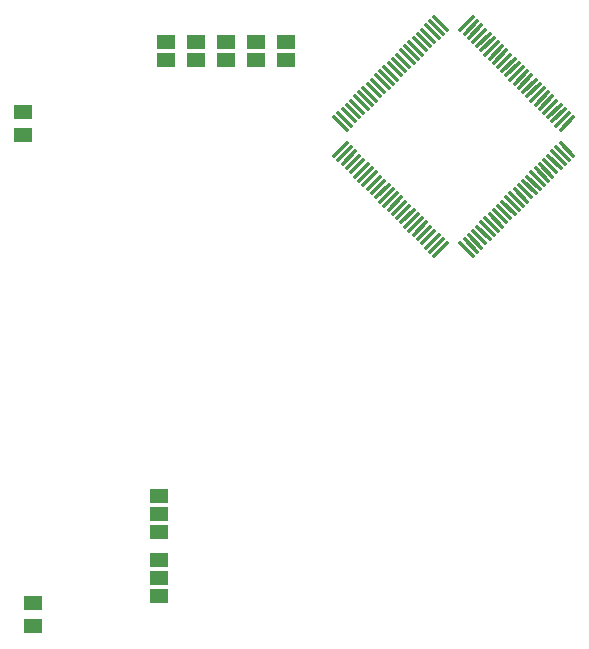
<source format=gtp>
G04 EAGLE Gerber RS-274X export*
G75*
%MOMM*%
%FSLAX34Y34*%
%LPD*%
%INTop Paste*%
%IPPOS*%
%AMOC8*
5,1,8,0,0,1.08239X$1,22.5*%
G01*
%ADD10R,1.600200X1.168400*%
%ADD11R,1.500000X1.300000*%
%ADD12C,0.300000*%


D10*
X645650Y603666D03*
X645650Y588426D03*
X671050Y603666D03*
X671050Y588426D03*
X640080Y188722D03*
X640080Y203962D03*
X640080Y219202D03*
X640080Y134874D03*
X640080Y150114D03*
X640080Y165354D03*
D11*
X533400Y109626D03*
X533400Y128626D03*
X524764Y544424D03*
X524764Y525424D03*
D12*
X788392Y507739D02*
X798998Y518345D01*
X802534Y514809D02*
X791928Y504203D01*
X795463Y500668D02*
X806069Y511274D01*
X809605Y507738D02*
X798999Y497132D01*
X802534Y493597D02*
X813140Y504203D01*
X816676Y500667D02*
X806070Y490061D01*
X809605Y486526D02*
X820211Y497132D01*
X823747Y493596D02*
X813141Y482990D01*
X816676Y479455D02*
X827282Y490061D01*
X830818Y486525D02*
X820212Y475919D01*
X823747Y472384D02*
X834353Y482990D01*
X837889Y479454D02*
X827283Y468848D01*
X830818Y465312D02*
X841424Y475918D01*
X844960Y472383D02*
X834354Y461777D01*
X837890Y458241D02*
X848496Y468847D01*
X852031Y465312D02*
X841425Y454706D01*
X844961Y451170D02*
X855567Y461776D01*
X859102Y458241D02*
X848496Y447635D01*
X852032Y444099D02*
X862638Y454705D01*
X866173Y451170D02*
X855567Y440564D01*
X859103Y437028D02*
X869709Y447634D01*
X873244Y444099D02*
X862638Y433493D01*
X866174Y429957D02*
X876780Y440563D01*
X880315Y437028D02*
X869709Y426422D01*
X873245Y422886D02*
X883851Y433492D01*
X895165Y433492D02*
X905771Y422886D01*
X909307Y426422D02*
X898701Y437028D01*
X902236Y440563D02*
X912842Y429957D01*
X916378Y433493D02*
X905772Y444099D01*
X909307Y447634D02*
X919913Y437028D01*
X923449Y440564D02*
X912843Y451170D01*
X916378Y454705D02*
X926984Y444099D01*
X930520Y447635D02*
X919914Y458241D01*
X923449Y461776D02*
X934055Y451170D01*
X937591Y454706D02*
X926985Y465312D01*
X930520Y468847D02*
X941126Y458241D01*
X944662Y461777D02*
X934056Y472383D01*
X937592Y475918D02*
X948198Y465312D01*
X951733Y468848D02*
X941127Y479454D01*
X944663Y482990D02*
X955269Y472384D01*
X958804Y475919D02*
X948198Y486525D01*
X951734Y490061D02*
X962340Y479455D01*
X965875Y482990D02*
X955269Y493596D01*
X958805Y497132D02*
X969411Y486526D01*
X972946Y490061D02*
X962340Y500667D01*
X965876Y504203D02*
X976482Y493597D01*
X980017Y497132D02*
X969411Y507738D01*
X972947Y511274D02*
X983553Y500668D01*
X987088Y504203D02*
X976482Y514809D01*
X980018Y518345D02*
X990624Y507739D01*
X980018Y529659D02*
X990624Y540265D01*
X987088Y543801D02*
X976482Y533195D01*
X972947Y536730D02*
X983553Y547336D01*
X980017Y550872D02*
X969411Y540266D01*
X965876Y543801D02*
X976482Y554407D01*
X972946Y557943D02*
X962340Y547337D01*
X958805Y550872D02*
X969411Y561478D01*
X965875Y565014D02*
X955269Y554408D01*
X951734Y557943D02*
X962340Y568549D01*
X958804Y572085D02*
X948198Y561479D01*
X944663Y565014D02*
X955269Y575620D01*
X951733Y579156D02*
X941127Y568550D01*
X937592Y572086D02*
X948198Y582692D01*
X944662Y586227D02*
X934056Y575621D01*
X930520Y579157D02*
X941126Y589763D01*
X937591Y593298D02*
X926985Y582692D01*
X923449Y586228D02*
X934055Y596834D01*
X930520Y600369D02*
X919914Y589763D01*
X916378Y593299D02*
X926984Y603905D01*
X923449Y607440D02*
X912843Y596834D01*
X909307Y600370D02*
X919913Y610976D01*
X916378Y614511D02*
X905772Y603905D01*
X902236Y607441D02*
X912842Y618047D01*
X909307Y621582D02*
X898701Y610976D01*
X895165Y614512D02*
X905771Y625118D01*
X883851Y614512D02*
X873245Y625118D01*
X869709Y621582D02*
X880315Y610976D01*
X876780Y607441D02*
X866174Y618047D01*
X862638Y614511D02*
X873244Y603905D01*
X869709Y600370D02*
X859103Y610976D01*
X855567Y607440D02*
X866173Y596834D01*
X862638Y593299D02*
X852032Y603905D01*
X848496Y600369D02*
X859102Y589763D01*
X855567Y586228D02*
X844961Y596834D01*
X841425Y593298D02*
X852031Y582692D01*
X848496Y579157D02*
X837890Y589763D01*
X834354Y586227D02*
X844960Y575621D01*
X841424Y572086D02*
X830818Y582692D01*
X827283Y579156D02*
X837889Y568550D01*
X834353Y565014D02*
X823747Y575620D01*
X820212Y572085D02*
X830818Y561479D01*
X827282Y557943D02*
X816676Y568549D01*
X813141Y565014D02*
X823747Y554408D01*
X820211Y550872D02*
X809605Y561478D01*
X806070Y557943D02*
X816676Y547337D01*
X813140Y543801D02*
X802534Y554407D01*
X798999Y550872D02*
X809605Y540266D01*
X806069Y536730D02*
X795463Y547336D01*
X791928Y543801D02*
X802534Y533195D01*
X798998Y529659D02*
X788392Y540265D01*
D10*
X696450Y603920D03*
X696450Y588680D03*
X721850Y603920D03*
X721850Y588680D03*
X747250Y603920D03*
X747250Y588680D03*
M02*

</source>
